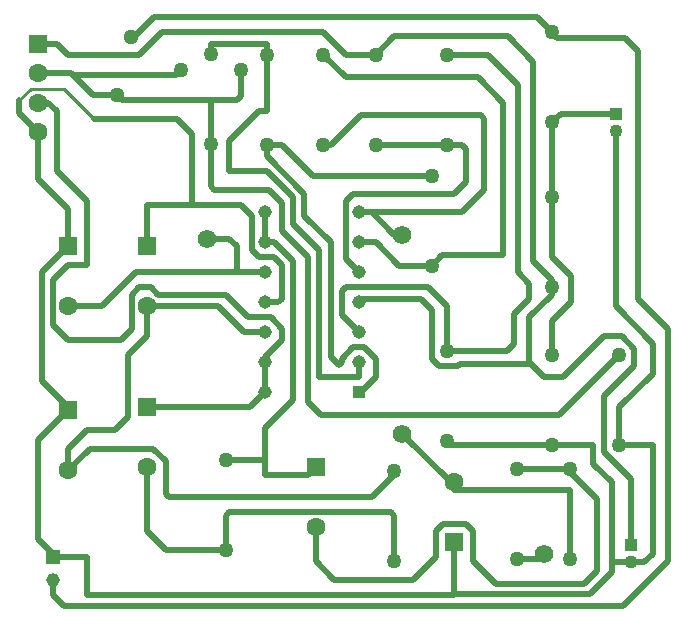
<source format=gbr>
G04 DipTrace 4.1.2.0*
G04 2 - Bottom.gbr*
%MOIN*%
G04 #@! TF.FileFunction,Copper,L2,Bot*
G04 #@! TF.Part,Single*
G04 #@! TA.AperFunction,Conductor*
%ADD13C,0.02*%
%ADD14C,0.01*%
G04 #@! TA.AperFunction,ComponentPad*
%ADD15R,0.043307X0.043307*%
%ADD16C,0.043307*%
%ADD17C,0.062992*%
%ADD18R,0.062992X0.062992*%
%ADD19C,0.050394*%
%ADD20C,0.062992*%
%ADD21R,0.045276X0.045276*%
%ADD22C,0.045276*%
%ADD23C,0.05*%
%ADD24C,0.05*%
%ADD25R,0.044882X0.044882*%
%ADD26C,0.044882*%
G04 #@! TA.AperFunction,ViaPad*
%ADD27C,0.062*%
%FSLAX26Y26*%
G04*
G70*
G90*
G75*
G01*
G04 Bottom*
%LPD*%
X1075000Y1612500D2*
G54D13*
X1100000D1*
X1200000Y1712500D1*
X1600000D1*
X1612500Y1700000D1*
Y1462500D1*
X1537500Y1387500D1*
X1237240D1*
X1193799D1*
X1720610Y232500D2*
X1795000D1*
X1812500Y250000D1*
X1337500Y1312500D2*
X1312240D1*
X1237240Y1387500D1*
X1437500Y1209941D2*
X1327559D1*
X1250000Y1287500D1*
X1193799D1*
X1437500Y1209941D2*
X1472217Y1244657D1*
X1675000D1*
Y1752647D1*
X1590147Y1837500D1*
X1150000D1*
X1075000Y1912500D1*
X1437500Y1509941D2*
X1040059D1*
X937500Y1612500D1*
X887500D1*
X1193799Y787500D2*
X1200000D1*
X1250000Y837500D1*
Y900000D1*
X1212500Y937500D1*
X1175000D1*
X1137500Y900000D1*
Y887500D1*
X1127463Y877463D1*
X1100000Y904927D1*
Y1287500D1*
X1012500Y1375000D1*
Y1450000D1*
X887500Y1575000D1*
Y1612500D1*
X700000Y1914547D2*
Y1950066D1*
X887500D1*
Y1912500D1*
Y1725000D1*
X862500D1*
X762500Y1625000D1*
Y1525000D1*
X887500D1*
X975000Y1437500D1*
Y1350000D1*
X1062500Y1262500D1*
Y837500D1*
X1193799D1*
Y887500D1*
X1837500Y1137500D2*
Y1112500D1*
X1762500Y1037500D1*
Y887500D1*
X1812500Y837500D1*
X1875000D1*
X2012500Y975000D1*
X2070073D1*
X2112500Y932573D1*
Y875000D1*
X2012500Y775000D1*
Y587500D1*
X2100000Y500000D1*
Y279528D1*
X1837500Y1137500D2*
Y1162500D1*
X1775000Y1225000D1*
Y1890147D1*
X1690147Y1975000D1*
X1312500D1*
X1250000Y1912500D1*
X1762500Y887500D2*
X1768164Y881836D1*
X1531836D1*
X1525000Y875000D1*
X1462500D1*
X1437500Y900000D1*
Y1062500D1*
X1400000Y1100000D1*
X1206299D1*
X1193799Y1087500D1*
X1250000Y1912500D2*
X1150000D1*
X1075000Y1987500D1*
X537500D1*
X462500Y1912500D1*
X225000D1*
X187500Y1950000D1*
X125000D1*
X2062500Y912500D2*
X1862500Y712500D1*
X1067427D1*
X1025000Y754927D1*
Y1237500D1*
X937500Y1325000D1*
Y1420073D1*
X895073Y1462500D1*
X712500D1*
X700000Y1475000D1*
Y1614547D1*
Y1762500D1*
X404055D1*
X387106Y1779449D1*
X308051D1*
X241176Y1846324D1*
X235925Y1851575D1*
X125000D1*
X241176Y1846324D2*
X583824D1*
X600000Y1862500D1*
X800000D2*
Y1775000D1*
X787500Y1762500D1*
X700000D1*
X1312500Y525000D2*
Y512500D1*
X1237500Y437500D1*
X562500D1*
X550000Y450000D1*
Y557573D1*
X507573Y600000D1*
X297562D1*
X225003Y527441D1*
X487503Y1075000D2*
X725000D1*
X812500Y987500D1*
X881201D1*
X225003Y527441D2*
Y599997D1*
X287505Y662500D1*
X382573D1*
X425000Y704927D1*
Y912500D1*
X487503Y975003D1*
Y1075000D1*
X1250000Y1612500D2*
X1487503D1*
X1537500D1*
X1550000Y1600000D1*
Y1487500D1*
X1512500Y1450000D1*
X1175000D1*
X1150000Y1425000D1*
Y1231299D1*
X1193799Y1187500D1*
X1487497Y1912500D2*
X1625000D1*
X1725000Y1812500D1*
Y1187500D1*
X1762500Y1150000D1*
Y1100000D1*
X1712500Y1050000D1*
Y950000D1*
X1687500Y925000D1*
X1487500D1*
Y1075000D1*
X1425000Y1137500D1*
X1150000D1*
X1137500Y1125000D1*
Y1043799D1*
X1193799Y987500D1*
X225000Y1075000D2*
X337500D1*
X450000Y1187500D1*
X787253D1*
X881201D1*
X1512499Y487500D2*
Y462500D1*
X1898720D1*
Y232500D1*
X1512499Y487500D2*
X1500000D1*
X1337500Y650000D1*
X687500Y1300000D2*
X762500D1*
X787253Y1275247D1*
Y1187500D1*
X1720610Y532500D2*
X1898720D1*
X1050000Y337500D2*
Y225000D1*
X1112500Y162500D1*
X1375000D1*
X1450000Y237500D1*
Y325000D1*
X1475000Y350000D1*
X1550000D1*
X1575000Y325000D1*
Y225000D1*
X1650000Y150000D1*
X1945073D1*
X1987500Y192427D1*
Y432573D1*
X1898720Y521353D1*
Y532500D1*
X2062500Y612500D2*
Y737500D1*
X2175000Y850000D1*
Y950000D1*
X2050000Y1075000D1*
Y1657972D1*
X2062500Y612500D2*
X2175000D1*
Y250000D1*
X2145472Y220472D1*
X2100000D1*
X2037500D1*
Y487500D1*
X1975000Y550000D1*
Y612500D1*
X1837500D1*
X1500000D1*
X1487500Y625000D1*
X881201Y1087500D2*
X925000D1*
X937500Y1100000D1*
Y1212500D1*
X912500Y1237500D1*
X862500D1*
X837500Y1262500D1*
Y1375000D1*
X800000Y1412500D1*
X637500D1*
X487500D1*
Y1275003D1*
X487497Y1275000D1*
X224997Y727441D2*
Y737503D1*
X137500Y825000D1*
Y1187500D1*
X225000Y1275000D1*
X637500Y1412500D2*
Y1650000D1*
X587500Y1700000D1*
X312500D1*
G54D14*
X212500Y1800000D1*
X100000D1*
X62500Y1762500D1*
G54D13*
Y1717224D1*
X125000Y1654724D1*
X225000Y1275000D2*
Y1400000D1*
X125000Y1500000D1*
Y1654724D1*
X174999Y237402D2*
Y250001D1*
X125000Y300000D1*
Y627444D1*
X224997Y727441D1*
X1512501Y287500D2*
Y114949D1*
Y112500D1*
X287500D1*
Y237402D1*
X174999D1*
X1512501Y114949D2*
X1964949D1*
X2037500Y187500D1*
Y220472D1*
X750000Y562500D2*
X882185D1*
Y512500D1*
X1025000D1*
X1050000Y537500D1*
X882185Y562500D2*
Y669685D1*
X975000Y762500D1*
Y1225000D1*
X912500Y1287500D1*
X881201D1*
Y1387500D2*
Y1287500D1*
X750000Y262500D2*
X550000D1*
X487500Y325000D1*
Y537500D1*
X1312500Y225000D2*
Y375000D1*
X1300000Y387500D1*
X762500D1*
X750000Y375000D1*
Y262500D1*
X881201Y787500D2*
Y887500D1*
X487500Y737500D2*
X831201D1*
X881201Y787500D1*
Y887500D2*
Y906201D1*
X937500Y962500D1*
Y1000000D1*
X900000Y1037500D1*
X825000D1*
X750000Y1112500D1*
X525000D1*
X500000Y1137500D1*
X462500D1*
X437500Y1112500D1*
Y1000000D1*
X400000Y962500D1*
X225000D1*
X175000Y1012500D1*
Y1162500D1*
X225000Y1212500D1*
X287500D1*
Y1425000D1*
X187500Y1525000D1*
Y1725000D1*
X159350Y1753150D1*
X125000D1*
X2050000Y1717028D2*
X1867028D1*
X1837500Y1687500D1*
Y1437500D1*
Y1237500D1*
X1900000Y1175000D1*
Y1087500D1*
X1837500Y1025000D1*
Y912500D1*
X434350Y1970551D2*
X445551D1*
X512500Y2037500D1*
X1787500D1*
X1837500Y1987500D1*
X1855824Y1969176D1*
X2080824D1*
X2125000Y1925000D1*
Y1100000D1*
X2225000Y1000000D1*
Y225000D1*
X2075000Y75000D1*
X212500D1*
X175001Y112499D1*
Y162598D1*
G54D27*
X1812500Y250000D3*
X1337500Y1312500D3*
Y650000D3*
X687500Y1300000D3*
G54D15*
X2100000Y279528D3*
G54D16*
Y220472D3*
G54D17*
X1512498Y487500D3*
G54D18*
X1512502Y287500D3*
G54D17*
X225000Y1075000D3*
G54D18*
Y1275000D3*
G54D17*
X225003Y527441D3*
G54D18*
X224997Y727441D3*
G54D17*
X487503Y1075000D3*
G54D18*
X487497Y1275000D3*
G54D17*
X1050000Y337500D3*
G54D18*
Y537500D3*
G54D17*
X487500D3*
G54D18*
Y737500D3*
G54D15*
X2050000Y1717028D3*
G54D16*
Y1657972D3*
G54D19*
X434350Y1970551D3*
X387106Y1779449D3*
G54D18*
X125000Y1950000D3*
G54D20*
Y1851575D3*
Y1753150D3*
Y1654724D3*
G54D21*
X174999Y237402D3*
G54D22*
X175001Y162599D3*
G54D23*
X600000Y1862500D3*
X800000D3*
X887500Y1612500D3*
G54D24*
Y1912500D3*
G54D23*
X700000Y1914547D3*
G54D24*
Y1614547D3*
G54D23*
X1075000Y1612500D3*
G54D24*
Y1912500D3*
G54D23*
X1437500Y1209941D3*
G54D24*
Y1509941D3*
G54D23*
X1250000Y1612500D3*
G54D24*
Y1912500D3*
G54D23*
X1487497D3*
G54D24*
X1487503Y1612500D3*
G54D23*
X1487500Y625000D3*
G54D24*
Y925000D3*
G54D23*
X1720610Y532500D3*
G54D24*
Y232500D3*
G54D23*
X1898720D3*
G54D24*
Y532500D3*
G54D23*
X750000Y262500D3*
G54D24*
Y562500D3*
G54D23*
X1312500Y525000D3*
G54D24*
Y225000D3*
G54D23*
X1837500Y1687500D3*
G54D24*
Y1987500D3*
G54D23*
Y912500D3*
G54D24*
Y612500D3*
G54D23*
Y1137500D3*
G54D24*
Y1437500D3*
G54D23*
X2062500Y912500D3*
G54D24*
Y612500D3*
G54D25*
X1193799Y787500D3*
G54D26*
Y887500D3*
Y987500D3*
Y1087500D3*
Y1187500D3*
Y1287500D3*
Y1387500D3*
X881201D3*
Y1287500D3*
Y1187500D3*
Y1087500D3*
Y987500D3*
Y887500D3*
Y787500D3*
M02*

</source>
